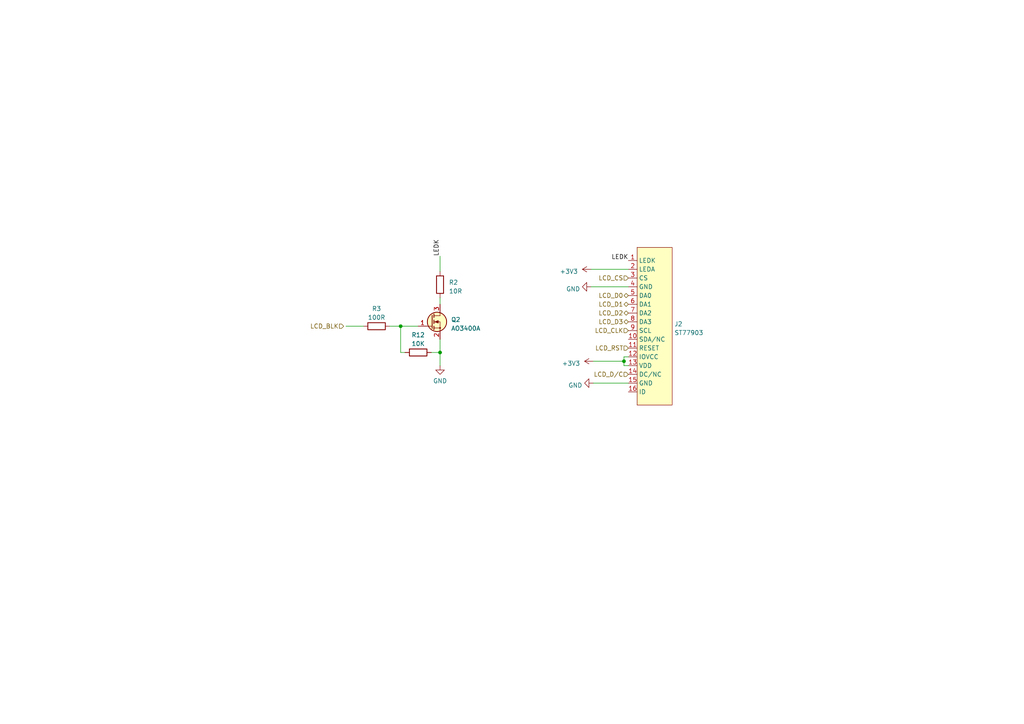
<source format=kicad_sch>
(kicad_sch (version 20230121) (generator eeschema)
  (paper "A4")
  (lib_symbols
    (symbol "Device:R" (pin_numbers hide) (pin_names (offset 0))
      (property "Reference" "R" (at 2.032 0 90))
      (property "Value" "R" (at 0 0 90))
      (symbol "R_0_1"
        (rectangle (start -1.016 -2.54) (end 1.016 2.54) (stroke (width 0.254)))
      )
      (symbol "R_1_1"
        (pin passive line (at 0 3.81 270) (length 1.27) (name "~") (number "1"))
        (pin passive line (at 0 -3.81 90) (length 1.27) (name "~") (number "2"))
      )
    )
    (symbol "PCM_Transistor_MOSFET_AKL:AO3400A" (pin_names hide)
      (property "Reference" "Q" (at 5.08 1.27 0))
      (property "Value" "AO3400A" (at 5.08 -1.27 0))
      (symbol "AO3400A_0_1"
        (polyline (pts (xy 0.254 -1.27) (xy -2.54 -1.27)))
        (polyline (pts (xy 0.254 1.905) (xy 0.254 -1.905)) (stroke (width 0.254)))
        (polyline (pts (xy 0.762 -1.778) (xy 2.54 -1.778)))
        (polyline (pts (xy 0.762 -1.27) (xy 0.762 -2.286)) (stroke (width 0.254)))
        (polyline (pts (xy 0.762 0.508) (xy 0.762 -0.508)) (stroke (width 0.254)))
        (polyline (pts (xy 0.762 2.286) (xy 0.762 1.27)) (stroke (width 0.254)))
        (polyline (pts (xy 2.54 1.778) (xy 0.762 1.778)))
        (polyline (pts (xy 2.54 2.54) (xy 2.54 1.778)))
        (polyline (pts (xy 2.54 -2.54) (xy 2.54 0) (xy 0.762 0)))
        (polyline (pts (xy 1.016 0) (xy 2.032 0.381) (xy 2.032 -0.381) (xy 1.016 0)) (fill (type outline)))
        (circle (center 1.651 0) (radius 2.794) (stroke (width 0.254)) (fill (type background)))
        (circle (center 2.54 -1.778) (radius 0.1778) (fill (type outline)))
      )
      (symbol "AO3400A_1_1"
        (pin input line (at -3.81 -1.27 0) (length 2.54) (name "G") (number "1"))
        (pin passive line (at 2.54 -5.08 90) (length 2.54) (name "S") (number "2"))
        (pin passive line (at 2.54 5.08 270) (length 2.54) (name "D") (number "3"))
      )
    )
    (symbol "ST77903:ST77903"
      (property "Reference" "J" (at -5.08 26.67 0))
      (property "Value" "ST77903" (at -1.27 24.13 0))
      (symbol "ST77903_0_0"
        (pin power_in line (at -7.62 19.05 0) (length 2.54) (name "LEDK") (number "1"))
        (pin bidirectional line (at -7.62 -3.81 0) (length 2.54) (name "SDA/NC") (number "10"))
        (pin input line (at -7.62 -6.35 0) (length 2.54) (name "RESET") (number "11"))
        (pin power_in line (at -7.62 -8.89 0) (length 2.54) (name "IOVCC") (number "12"))
        (pin power_in line (at -7.62 -11.43 0) (length 2.54) (name "VDD") (number "13"))
        (pin input line (at -7.62 -13.97 0) (length 2.54) (name "DC/NC") (number "14"))
        (pin power_in line (at -7.62 -16.51 0) (length 2.54) (name "GND") (number "15"))
        (pin output line (at -7.62 -19.05 0) (length 2.54) (name "ID") (number "16"))
        (pin power_in line (at -7.62 16.51 0) (length 2.54) (name "LEDA") (number "2"))
        (pin input line (at -7.62 13.97 0) (length 2.54) (name "CS") (number "3"))
        (pin power_in line (at -7.62 11.43 0) (length 2.54) (name "GND") (number "4"))
        (pin bidirectional line (at -7.62 8.89 0) (length 2.54) (name "DA0") (number "5"))
        (pin bidirectional line (at -7.62 6.35 0) (length 2.54) (name "DA1") (number "6"))
        (pin bidirectional line (at -7.62 3.81 0) (length 2.54) (name "DA2") (number "7"))
        (pin bidirectional line (at -7.62 1.27 0) (length 2.54) (name "DA3") (number "8"))
        (pin output line (at -7.62 -1.27 0) (length 2.54) (name "SCL") (number "9"))
      )
      (symbol "ST77903_0_1"
        (rectangle (start -5.08 22.86) (end 5.08 -22.86) (fill (type background)))
      )
    )
    (symbol "power:+3V3" (power) (pin_names (offset 0))
      (property "Value" "+3V3" (at 0 3.556 0))
      (symbol "+3V3_0_1"
        (polyline (pts (xy -0.762 1.27) (xy 0 2.54)))
        (polyline (pts (xy 0 0) (xy 0 2.54)))
        (polyline (pts (xy 0 2.54) (xy 0.762 1.27)))
      )
      (symbol "+3V3_1_1"
        (pin power_in line (at 0 0 90) (length 0) hide (name "+3V3") (number "1"))
      )
    )
    (symbol "power:GND" (power) (pin_names (offset 0))
      (property "Value" "GND" (at 0 -3.81 0))
      (symbol "GND_0_1"
        (polyline (pts (xy 0 0) (xy 0 -1.27) (xy 1.27 -1.27) (xy 0 -2.54) (xy -1.27 -1.27) (xy 0 -1.27)))
      )
      (symbol "GND_1_1"
        (pin power_in line (at 0 0 270) (length 0) hide (name "GND") (number "1"))
      )
    )
  )
  (junction (at 180.975 104.775))
  (junction (at 127.635 102.235))
  (junction (at 116.205 94.615))
  (wire (pts (xy 100.33 94.615) (xy 105.41 94.615)))
  (wire (pts (xy 172.085 111.125) (xy 182.245 111.125)))
  (wire (pts (xy 171.45 83.185) (xy 182.245 83.185)))
  (wire (pts (xy 171.45 78.105) (xy 182.245 78.105)))
  (wire (pts (xy 113.03 94.615) (xy 116.205 94.615)))
  (wire (pts (xy 180.975 106.045) (xy 182.245 106.045)))
  (wire (pts (xy 180.975 103.505) (xy 180.975 104.775)))
  (wire (pts (xy 172.085 104.775) (xy 180.975 104.775)))
  (wire (pts (xy 127.635 74.295) (xy 127.635 78.74)))
  (wire (pts (xy 127.635 102.235) (xy 127.635 106.045)))
  (wire (pts (xy 116.205 94.615) (xy 121.285 94.615)))
  (wire (pts (xy 180.975 104.775) (xy 180.975 106.045)))
  (wire (pts (xy 125.095 102.235) (xy 127.635 102.235)))
  (wire (pts (xy 127.635 98.425) (xy 127.635 102.235)))
  (wire (pts (xy 117.475 102.235) (xy 116.205 102.235)))
  (wire (pts (xy 182.245 103.505) (xy 180.975 103.505)))
  (wire (pts (xy 116.205 102.235) (xy 116.205 94.615)))
  (wire (pts (xy 127.635 86.36) (xy 127.635 88.265)))
  (label "LEDK" (at 127.635 74.295 90))
  (label "LEDK" (at 182.245 75.565 180))
  (hierarchical_label "LCD_RST" (shape input) (at 182.245 100.965 180))
  (hierarchical_label "LCD_BLK" (shape input) (at 99.695 94.615 180))
  (hierarchical_label "LCD_CLK" (shape input) (at 182.245 95.885 180))
  (hierarchical_label "LCD_D3" (shape bidirectional) (at 182.245 93.345 180))
  (hierarchical_label "LCD_D0" (shape bidirectional) (at 182.245 85.725 180))
  (hierarchical_label "LCD_D1" (shape bidirectional) (at 182.245 88.265 180))
  (hierarchical_label "LCD_D2" (shape bidirectional) (at 182.245 90.805 180))
  (hierarchical_label "LCD_CS" (shape input) (at 182.245 80.645 180))
  (hierarchical_label "LCD_D{slash}C" (shape input) (at 182.245 108.585 180))
  (symbol (lib_id "ST77903:ST77903") (at 189.865 94.615 0) (unit 1)
    (property "Reference" "J2" (at 195.58 93.98 0) (effects (justify left)))
    (property "Value" "ST77903" (at 195.58 96.52 0) (effects (justify left)))
  )
  (symbol (lib_id "Device:R") (at 121.285 102.235 90) (unit 1)
    (property "Reference" "R12" (at 121.285 97.155 90))
    (property "Value" "10K" (at 121.285 99.695 90))
  )
  (symbol (lib_id "power:GND") (at 127.635 106.045 0) (unit 1)
    (property "Reference" "#PWR050" (effects hide))
    (property "Value" "GND" (at 127.635 110.49 0))
  )
  (symbol (lib_id "power:GND") (at 172.085 111.125 270) (unit 1)
    (property "Reference" "#PWR048" (effects hide))
    (property "Value" "GND" (at 168.91 111.76 90) (effects (justify right)))
  )
  (symbol (lib_id "Device:R") (at 127.635 82.55 0) (unit 1)
    (property "Reference" "R2" (at 130.175 81.915 0) (effects (justify left)))
    (property "Value" "10R" (at 130.175 84.455 0) (effects (justify left)))
  )
  (symbol (lib_id "Device:R") (at 109.22 94.615 90) (unit 1)
    (property "Reference" "R3" (at 109.22 89.535 90))
    (property "Value" "100R" (at 109.22 92.075 90))
  )
  (symbol (lib_id "power:+3V3") (at 172.085 104.775 90) (unit 1)
    (property "Reference" "#PWR046" (effects hide))
    (property "Value" "+3V3" (at 168.275 105.41 90) (effects (justify left)))
  )
  (symbol (lib_id "power:+3V3") (at 171.45 78.105 90) (unit 1)
    (property "Reference" "#PWR049" (effects hide))
    (property "Value" "+3V3" (at 167.64 78.74 90) (effects (justify left)))
  )
  (symbol (lib_id "PCM_Transistor_MOSFET_AKL:AO3400A") (at 125.095 93.345 0) (unit 1)
    (property "Reference" "Q2" (at 130.81 92.71 0) (effects (justify left)))
    (property "Value" "AO3400A" (at 130.81 95.25 0) (effects (justify left)))
    (property "Footprint" "Package_TO_SOT_SMD_AKL:SOT-23" (effects hide))
    (property "Datasheet" "https://www.tme.eu/Document/d4ede4a51fd4cb2a092d6e1960f91635/AO3400A.pdf" (effects hide))
  )
  (symbol (lib_id "power:GND") (at 171.45 83.185 270) (unit 1)
    (property "Reference" "#PWR047" (effects hide))
    (property "Value" "GND" (at 168.275 83.82 90) (effects (justify right)))
  )
)
</source>
